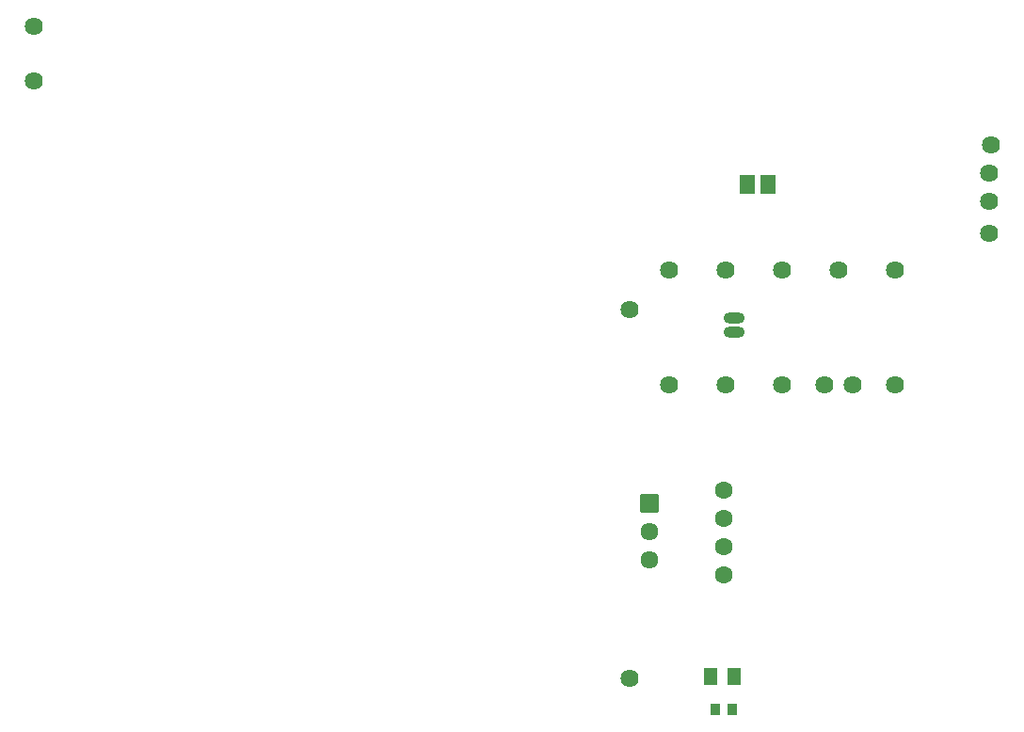
<source format=gts>
G04 Layer: TopSolderMaskLayer*
G04 EasyEDA v6.5.46, 2024-10-14 19:39:17*
G04 Gerber Generator version 0.2*
G04 Scale: 100 percent, Rotated: No, Reflected: No *
G04 Dimensions in millimeters *
G04 leading zeros omitted , absolute positions ,4 integer and 5 decimal *
%FSLAX45Y45*%
%MOMM*%

%AMMACRO1*4,1,8,-0.7751,-0.8048,-0.8048,-0.7748,-0.8048,0.7751,-0.7751,0.8048,0.7748,0.8048,0.8048,0.7751,0.8048,-0.7748,0.7748,-0.8048,-0.7751,-0.8048,0*%
%AMMACRO2*4,1,8,-0.5211,-0.7506,-0.5508,-0.7206,-0.5508,0.7209,-0.5211,0.7506,0.5208,0.7506,0.5508,0.7209,0.5508,-0.7206,0.5208,-0.7506,-0.5211,-0.7506,0*%
%AMMACRO3*4,1,8,-0.4243,-0.4829,-0.454,-0.4529,-0.454,0.4531,-0.4243,0.4829,0.4241,0.4829,0.454,0.4531,0.454,-0.4529,0.4241,-0.4829,-0.4243,-0.4829,0*%
%AMMACRO4*4,1,8,-0.621,-0.8509,-0.6507,-0.8209,-0.6507,0.8212,-0.621,0.8509,0.6208,0.8509,0.6507,0.8212,0.6507,-0.8209,0.6208,-0.8509,-0.621,-0.8509,0*%
%ADD10MACRO1*%
%ADD11C,1.6096*%
%ADD12MACRO2*%
%ADD13O,1.8999962X0.9999979999999999*%
%ADD14MACRO3*%
%ADD15C,1.6016*%
%ADD16MACRO4*%
%ADD17C,1.6256*%

%LPD*%
D10*
G01*
X6553212Y-952512D03*
D11*
G01*
X6553200Y-1206500D03*
G01*
X6553200Y-1460500D03*
D12*
G01*
X7318641Y-2514600D03*
G01*
X7108583Y-2514600D03*
D13*
G01*
X7315200Y584200D03*
G01*
X7315200Y711200D03*
D14*
G01*
X7301623Y-2806700D03*
G01*
X7150976Y-2806700D03*
D15*
G01*
X7226300Y-838200D03*
G01*
X7226300Y-1092200D03*
G01*
X7226300Y-1346200D03*
G01*
X7226300Y-1600200D03*
D16*
G01*
X7621092Y1917700D03*
G01*
X7441107Y1917700D03*
D17*
G01*
X1016000Y3340100D03*
G01*
X6731000Y114300D03*
G01*
X7239000Y114300D03*
G01*
X7747000Y114300D03*
G01*
X8128000Y114300D03*
G01*
X8763000Y114300D03*
G01*
X8382000Y114300D03*
G01*
X6731000Y1143000D03*
G01*
X7239000Y1143000D03*
G01*
X7747000Y1143000D03*
G01*
X8255000Y1143000D03*
G01*
X8763000Y1143000D03*
G01*
X6375400Y787400D03*
G01*
X1016000Y2844800D03*
G01*
X6375400Y-2527300D03*
G01*
X9626600Y2273300D03*
G01*
X9613900Y2019300D03*
G01*
X9613900Y1765300D03*
G01*
X9613900Y1473200D03*
M02*

</source>
